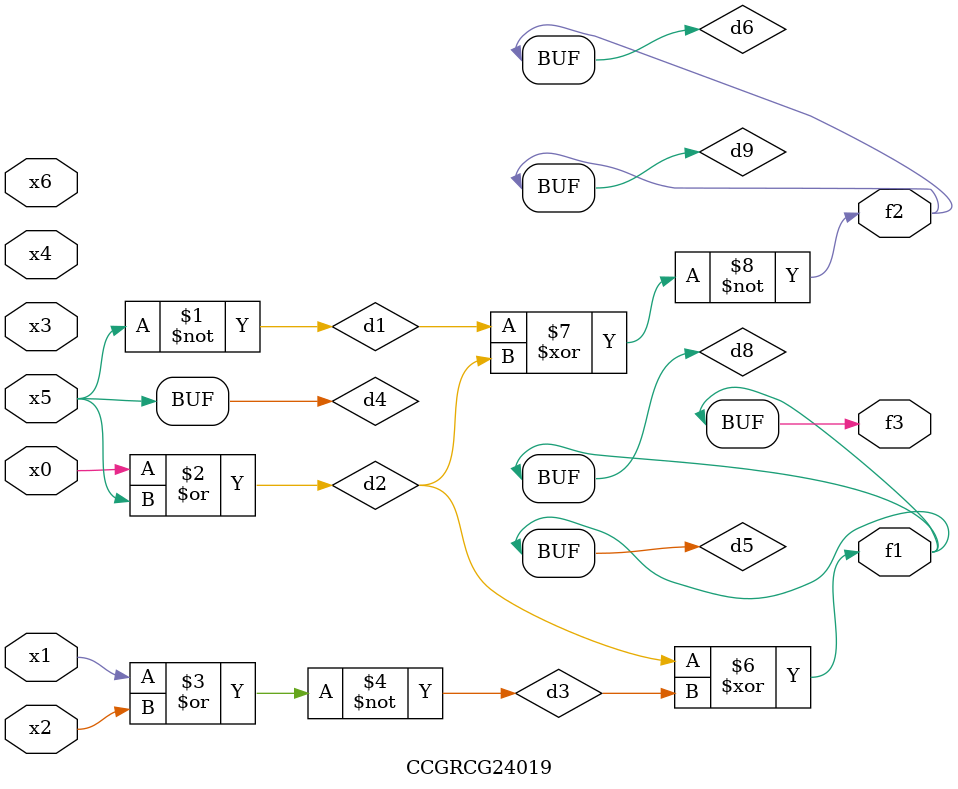
<source format=v>
module CCGRCG24019(
	input x0, x1, x2, x3, x4, x5, x6,
	output f1, f2, f3
);

	wire d1, d2, d3, d4, d5, d6, d7, d8, d9;

	nand (d1, x5);
	or (d2, x0, x5);
	nor (d3, x1, x2);
	xnor (d4, d1);
	xor (d5, d2, d3);
	xnor (d6, d1, d2);
	not (d7, x4);
	buf (d8, d5);
	xor (d9, d6);
	assign f1 = d8;
	assign f2 = d9;
	assign f3 = d8;
endmodule

</source>
